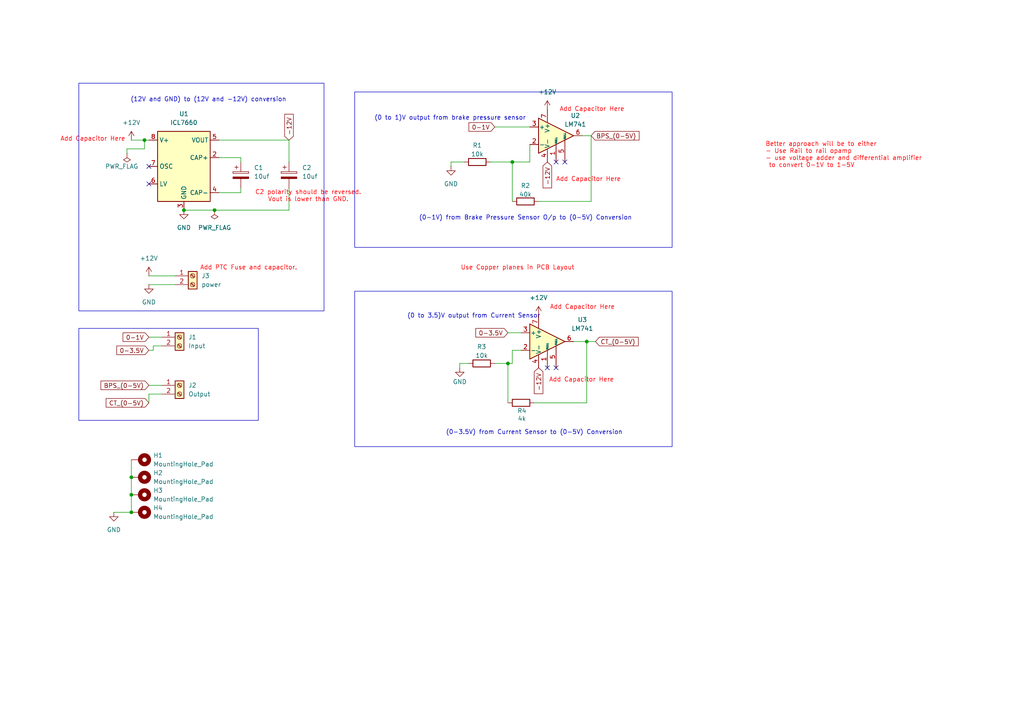
<source format=kicad_sch>
(kicad_sch (version 20231120) (generator "eeschema") (generator_version "8.0")
  (paper "A4")
  (lib_symbols
    (symbol "Amplifier_Operational:LM741" (pin_names (offset 0.127))
      (property "Reference" "U" (at 0 6.35 0))
      (property "Value" "LM741" (at 0 3.81 0))
      (symbol "LM741_0_1"
        (polyline (pts (xy -5.08 5.08) (xy 5.08 0) (xy -5.08 -5.08) (xy -5.08 5.08)) (stroke (width 0.254)) (fill (type background)))
      )
      (symbol "LM741_1_1"
        (pin input line (at 0 -7.62 90) (length 5.08) (name "NULL") (number "1"))
        (pin input line (at -7.62 -2.54 0) (length 2.54) (name "-") (number "2"))
        (pin input line (at -7.62 2.54 0) (length 2.54) (name "+") (number "3"))
        (pin power_in line (at -2.54 -7.62 90) (length 3.81) (name "V-") (number "4"))
        (pin input line (at 2.54 -7.62 90) (length 6.35) (name "NULL") (number "5"))
        (pin output line (at 7.62 0 180) (length 2.54) (name "~") (number "6"))
        (pin power_in line (at -2.54 7.62 270) (length 3.81) (name "V+") (number "7"))
        (pin no_connect line (at 0 2.54 270) (length 2.54) hide (name "NC") (number "8"))
      )
    )
    (symbol "Connector:Screw_Terminal_01x02" (pin_names (offset 1.016) hide)
      (property "Reference" "J" (at 0 2.54 0))
      (property "Value" "Screw_Terminal_01x02" (at 0 -5.08 0))
      (symbol "Screw_Terminal_01x02_1_1"
        (rectangle (start -1.27 1.27) (end 1.27 -3.81) (stroke (width 0.254)) (fill (type background)))
        (circle (center 0 -2.54) (radius 0.635) (stroke (width 0.1524)))
        (polyline (pts (xy -0.5334 -2.2098) (xy 0.3302 -3.048)) (stroke (width 0.1524)))
        (polyline (pts (xy -0.5334 0.3302) (xy 0.3302 -0.508)) (stroke (width 0.1524)))
        (polyline (pts (xy -0.3556 -2.032) (xy 0.508 -2.8702)) (stroke (width 0.1524)))
        (polyline (pts (xy -0.3556 0.508) (xy 0.508 -0.3302)) (stroke (width 0.1524)))
        (circle (center 0 0) (radius 0.635) (stroke (width 0.1524)))
        (pin passive line (at -5.08 0 0) (length 3.81) (name "Pin_1") (number "1"))
        (pin passive line (at -5.08 -2.54 0) (length 3.81) (name "Pin_2") (number "2"))
      )
    )
    (symbol "Device:C_Polarized" (pin_numbers hide) (pin_names (offset 0.254))
      (property "Reference" "C" (at 0.635 2.54 0))
      (property "Value" "C_Polarized" (at 0.635 -2.54 0))
      (symbol "C_Polarized_0_1"
        (rectangle (start -2.286 0.508) (end 2.286 1.016))
        (polyline (pts (xy -1.778 2.286) (xy -0.762 2.286)))
        (polyline (pts (xy -1.27 2.794) (xy -1.27 1.778)))
        (rectangle (start 2.286 -0.508) (end -2.286 -1.016) (fill (type outline)))
      )
      (symbol "C_Polarized_1_1"
        (pin passive line (at 0 3.81 270) (length 2.794) (name "~") (number "1"))
        (pin passive line (at 0 -3.81 90) (length 2.794) (name "~") (number "2"))
      )
    )
    (symbol "Device:R" (pin_numbers hide) (pin_names (offset 0))
      (property "Reference" "R" (at 2.032 0 90))
      (property "Value" "R" (at 0 0 90))
      (symbol "R_0_1"
        (rectangle (start -1.016 -2.54) (end 1.016 2.54) (stroke (width 0.254)))
      )
      (symbol "R_1_1"
        (pin passive line (at 0 3.81 270) (length 1.27) (name "~") (number "1"))
        (pin passive line (at 0 -3.81 90) (length 1.27) (name "~") (number "2"))
      )
    )
    (symbol "Mechanical:MountingHole_Pad" (pin_numbers hide) (pin_names (offset 1.016) hide) (exclude_from_sim yes) (in_bom no)
      (property "Reference" "H" (at 0 6.35 0))
      (property "Value" "MountingHole_Pad" (at 0 4.445 0))
      (symbol "MountingHole_Pad_0_1"
        (circle (center 0 1.27) (radius 1.27) (stroke (width 1.27)))
      )
      (symbol "MountingHole_Pad_1_1"
        (pin input line (at 0 -2.54 90) (length 2.54) (name "1") (number "1"))
      )
    )
    (symbol "Regulator_SwitchedCapacitor:ICL7660"
      (property "Reference" "U" (at -6.35 11.43 0))
      (property "Value" "ICL7660" (at 3.81 11.43 0))
      (symbol "ICL7660_0_1"
        (rectangle (start -7.62 10.16) (end 7.62 -10.16) (stroke (width 0.254)) (fill (type background)))
      )
      (symbol "ICL7660_1_1"
        (pin no_connect line (at -7.62 5.08 0) (length 2.54) hide (name "NC") (number "1"))
        (pin input line (at 10.16 2.54 180) (length 2.54) (name "CAP+") (number "2"))
        (pin power_in line (at 0 -12.7 90) (length 2.54) (name "GND") (number "3"))
        (pin input line (at 10.16 -7.62 180) (length 2.54) (name "CAP-") (number "4"))
        (pin power_out line (at 10.16 7.62 180) (length 2.54) (name "VOUT") (number "5"))
        (pin input line (at -10.16 -5.08 0) (length 2.54) (name "LV") (number "6"))
        (pin input line (at -10.16 0 0) (length 2.54) (name "OSC") (number "7"))
        (pin power_in line (at -10.16 7.62 0) (length 2.54) (name "V+") (number "8"))
      )
    )
    (symbol "power:+12V" (power) (pin_numbers hide) (pin_names (offset 0) hide)
      (property "Value" "+12V" (at 0 3.556 0))
      (symbol "+12V_0_1"
        (polyline (pts (xy -0.762 1.27) (xy 0 2.54)))
        (polyline (pts (xy 0 0) (xy 0 2.54)))
        (polyline (pts (xy 0 2.54) (xy 0.762 1.27)))
      )
      (symbol "+12V_1_1"
        (pin power_in line (at 0 0 90) (length 0) (name "~") (number "1"))
      )
    )
    (symbol "power:GND" (power) (pin_numbers hide) (pin_names (offset 0) hide)
      (property "Value" "GND" (at 0 -3.81 0))
      (symbol "GND_0_1"
        (polyline (pts (xy 0 0) (xy 0 -1.27) (xy 1.27 -1.27) (xy 0 -2.54) (xy -1.27 -1.27) (xy 0 -1.27)))
      )
      (symbol "GND_1_1"
        (pin power_in line (at 0 0 270) (length 0) (name "~") (number "1"))
      )
    )
    (symbol "power:PWR_FLAG" (power) (pin_numbers hide) (pin_names (offset 0) hide)
      (property "Value" "PWR_FLAG" (at 0 3.81 0))
      (symbol "PWR_FLAG_0_0"
        (pin power_out line (at 0 0 90) (length 0) (name "~") (number "1"))
      )
      (symbol "PWR_FLAG_0_1"
        (polyline (pts (xy 0 0) (xy 0 1.27) (xy -1.016 1.905) (xy 0 2.54) (xy 1.016 1.905) (xy 0 1.27)))
      )
    )
  )
  (junction (at 41.91 40.64))
  (junction (at 62.23 60.96))
  (junction (at 38.1 148.59))
  (junction (at 170.18 99.06))
  (junction (at 148.59 46.99))
  (junction (at 53.34 60.96))
  (junction (at 38.1 138.43))
  (junction (at 147.32 105.41))
  (junction (at 38.1 143.51))
  (no_connect (at 43.18 53.34))
  (no_connect (at 163.83 46.99))
  (no_connect (at 161.29 46.99))
  (no_connect (at 43.18 48.26))
  (no_connect (at 161.29 106.68))
  (no_connect (at 158.75 106.68))
  (wire (pts (xy 171.45 58.42) (xy 171.45 39.37)))
  (wire (pts (xy 36.83 44.45) (xy 36.83 43.18)))
  (wire (pts (xy 38.1 138.43) (xy 38.1 143.51)))
  (wire (pts (xy 142.24 46.99) (xy 148.59 46.99)))
  (wire (pts (xy 133.35 105.41) (xy 133.35 106.68)))
  (wire (pts (xy 44.45 100.33) (xy 46.99 100.33)))
  (wire (pts (xy 69.85 46.99) (xy 69.85 45.72)))
  (wire (pts (xy 43.18 111.76) (xy 46.99 111.76)))
  (wire (pts (xy 135.89 105.41) (xy 133.35 105.41)))
  (wire (pts (xy 33.02 148.59) (xy 38.1 148.59)))
  (wire (pts (xy 38.1 40.64) (xy 41.91 40.64)))
  (wire (pts (xy 153.67 46.99) (xy 153.67 41.91)))
  (wire (pts (xy 83.82 40.64) (xy 83.82 46.99)))
  (wire (pts (xy 130.81 46.99) (xy 130.81 48.26)))
  (wire (pts (xy 69.85 54.61) (xy 69.85 55.88)))
  (wire (pts (xy 63.5 55.88) (xy 69.85 55.88)))
  (wire (pts (xy 171.45 39.37) (xy 168.91 39.37)))
  (wire (pts (xy 43.18 97.79) (xy 46.99 97.79)))
  (wire (pts (xy 148.59 46.99) (xy 153.67 46.99)))
  (wire (pts (xy 41.91 43.18) (xy 41.91 40.64)))
  (wire (pts (xy 36.83 43.18) (xy 41.91 43.18)))
  (wire (pts (xy 143.51 36.83) (xy 153.67 36.83)))
  (wire (pts (xy 148.59 101.6) (xy 151.13 101.6)))
  (wire (pts (xy 69.85 45.72) (xy 63.5 45.72)))
  (wire (pts (xy 156.21 58.42) (xy 171.45 58.42)))
  (wire (pts (xy 170.18 99.06) (xy 172.72 99.06)))
  (wire (pts (xy 63.5 40.64) (xy 83.82 40.64)))
  (wire (pts (xy 143.51 105.41) (xy 147.32 105.41)))
  (wire (pts (xy 147.32 96.52) (xy 151.13 96.52)))
  (wire (pts (xy 147.32 105.41) (xy 147.32 116.84)))
  (wire (pts (xy 46.99 114.3) (xy 43.18 114.3)))
  (wire (pts (xy 44.45 101.6) (xy 44.45 100.33)))
  (wire (pts (xy 134.62 46.99) (xy 130.81 46.99)))
  (wire (pts (xy 43.18 114.3) (xy 43.18 116.84)))
  (wire (pts (xy 43.18 101.6) (xy 44.45 101.6)))
  (wire (pts (xy 83.82 54.61) (xy 83.82 60.96)))
  (wire (pts (xy 43.18 80.01) (xy 50.8 80.01)))
  (wire (pts (xy 43.18 82.55) (xy 50.8 82.55)))
  (wire (pts (xy 83.82 60.96) (xy 62.23 60.96)))
  (wire (pts (xy 62.23 60.96) (xy 53.34 60.96)))
  (wire (pts (xy 41.91 40.64) (xy 43.18 40.64)))
  (wire (pts (xy 170.18 116.84) (xy 170.18 99.06)))
  (wire (pts (xy 154.94 116.84) (xy 170.18 116.84)))
  (wire (pts (xy 148.59 46.99) (xy 148.59 58.42)))
  (wire (pts (xy 148.59 105.41) (xy 148.59 101.6)))
  (wire (pts (xy 38.1 133.35) (xy 38.1 138.43)))
  (wire (pts (xy 170.18 99.06) (xy 166.37 99.06)))
  (wire (pts (xy 38.1 143.51) (xy 38.1 148.59)))
  (wire (pts (xy 147.32 105.41) (xy 148.59 105.41)))
  (rectangle (start 22.86 95.25) (end 74.93 121.92))
  (rectangle (start 102.87 26.67) (end 194.945 71.755))
  (rectangle (start 102.87 84.455) (end 194.945 129.54))
  (rectangle (start 22.86 24.13) (end 93.98 90.17))
  (text "(0-3.5V) from Current Sensor to (0-5V) Conversion\n" (at 154.94 125.476 0) (effects (font (size 1.27 1.27))))
  (text "Add Capacitor Here" (at 171.704 31.75 0) (effects (font (size 1.27 1.27))))
  (text "Better approach will be to either\n- Use Rail to rail opamp\n- use voltage adder and differential amplifier\n to convert 0-1V to 1-5V" (at 221.996 41.148 0) (effects (font (size 1.27 1.27)) (justify left top)))
  (text "Add Capacitor Here" (at 168.91 89.154 0) (effects (font (size 1.27 1.27))))
  (text "Add Capacitor Here" (at 26.924 40.386 0) (effects (font (size 1.27 1.27))))
  (text "C2 polarity should be reversed.\nVout is lower than GND." (at 89.408 56.896 0) (effects (font (size 1.27 1.27))))
  (text "Use Copper planes in PCB Layout" (at 150.114 77.724 0) (effects (font (size 1.27 1.27))))
  (text "(0 to 1)V output from brake pressure sensor" (at 130.556 34.29 0) (effects (font (size 1.27 1.27))))
  (text "Add Capacitor Here" (at 168.656 110.236 0) (effects (font (size 1.27 1.27))))
  (text "Add PTC Fuse and capacitor." (at 72.136 77.724 0) (effects (font (size 1.27 1.27))))
  (text "(0 to 3.5)V output from Current Sensor\n" (at 137.414 91.694 0) (effects (font (size 1.27 1.27))))
  (text "(0-1V) from Brake Pressure Sensor O/p to (0-5V) Conversion\n" (at 152.4 63.246 0) (effects (font (size 1.27 1.27))))
  (text "(12V and GND) to (12V and -12V) conversion" (at 60.452 28.956 0) (effects (font (size 1.27 1.27))))
  (text "Add Capacitor Here" (at 170.688 52.07 0) (effects (font (size 1.27 1.27))))
  (global_label "0-3.5V" (shape input) (at 147.32 96.52 180) (property "Intersheetrefs" "${INTERSHEET_REFS}" (effects (hide yes))))
  (global_label "0-3.5V" (shape input) (at 43.18 101.6 180) (property "Intersheetrefs" "${INTERSHEET_REFS}" (effects (hide yes))))
  (global_label "CT_(0-5V)" (shape input) (at 172.72 99.06 0) (property "Intersheetrefs" "${INTERSHEET_REFS}" (effects (hide yes))))
  (global_label "0-1V" (shape input) (at 43.18 97.79 180) (property "Intersheetrefs" "${INTERSHEET_REFS}" (effects (hide yes))))
  (global_label "BPS_(0-5V)" (shape input) (at 171.45 39.37 0) (property "Intersheetrefs" "${INTERSHEET_REFS}" (effects (hide yes))))
  (global_label "-12V" (shape input) (at 158.75 46.99 270) (property "Intersheetrefs" "${INTERSHEET_REFS}" (effects (hide yes))))
  (global_label "-12V" (shape input) (at 83.82 40.64 90) (property "Intersheetrefs" "${INTERSHEET_REFS}" (effects (hide yes))))
  (global_label "BPS_(0-5V)" (shape input) (at 43.18 111.76 180) (property "Intersheetrefs" "${INTERSHEET_REFS}" (effects (hide yes))))
  (global_label "0-1V" (shape input) (at 143.51 36.83 180) (property "Intersheetrefs" "${INTERSHEET_REFS}" (effects (hide yes))))
  (global_label "-12V" (shape input) (at 156.21 106.68 270) (property "Intersheetrefs" "${INTERSHEET_REFS}" (effects (hide yes))))
  (global_label "CT_(0-5V)" (shape input) (at 43.18 116.84 180) (property "Intersheetrefs" "${INTERSHEET_REFS}" (effects (hide yes))))
  (symbol (lib_id "Connector:Screw_Terminal_01x02") (at 52.07 97.79 0) (unit 1)
    (property "Reference" "J1" (at 54.61 97.7899 0) (effects (justify left)))
    (property "Value" "Input" (at 54.61 100.3299 0) (effects (justify left)))
    (property "Footprint" "Connector_PinHeader_2.54mm:PinHeader_1x02_P2.54mm_Vertical" (effects (hide yes)))
    (property "Description" "Generic screw terminal, single row, 01x02, script generated (kicad-library-utils/schlib/autogen/connector/)" (effects (hide yes)))
  )
  (symbol (lib_id "Connector:Screw_Terminal_01x02") (at 52.07 111.76 0) (unit 1)
    (property "Reference" "J2" (at 54.61 111.7599 0) (effects (justify left)))
    (property "Value" "Output" (at 54.61 114.2999 0) (effects (justify left)))
    (property "Footprint" "Connector_PinHeader_2.54mm:PinHeader_1x02_P2.54mm_Vertical" (effects (hide yes)))
    (property "Description" "Generic screw terminal, single row, 01x02, script generated (kicad-library-utils/schlib/autogen/connector/)" (effects (hide yes)))
  )
  (symbol (lib_id "Mechanical:MountingHole_Pad") (at 40.64 143.51 270) (unit 1) (exclude_from_sim yes) (in_bom no)
    (property "Reference" "H3" (at 44.45 142.2399 90) (effects (justify left)))
    (property "Value" "MountingHole_Pad" (at 44.45 144.7799 90) (effects (justify left)))
    (property "Footprint" "MountingHole:MountingHole_2.5mm_Pad" (effects (hide yes)))
    (property "Description" "Mounting Hole with connection" (effects (hide yes)))
  )
  (symbol (lib_id "power:+12V") (at 43.18 80.01 0) (unit 1)
    (property "Reference" "#PWR07" (effects (hide yes)))
    (property "Value" "+12V" (at 43.18 74.93 0))
    (property "Description" "Power symbol creates a global label with name \"+12V\"" (effects (hide yes)))
  )
  (symbol (lib_id "Mechanical:MountingHole_Pad") (at 40.64 138.43 270) (unit 1) (exclude_from_sim yes) (in_bom no)
    (property "Reference" "H2" (at 44.45 137.1599 90) (effects (justify left)))
    (property "Value" "MountingHole_Pad" (at 44.45 139.6999 90) (effects (justify left)))
    (property "Footprint" "MountingHole:MountingHole_2.5mm_Pad" (effects (hide yes)))
    (property "Description" "Mounting Hole with connection" (effects (hide yes)))
  )
  (symbol (lib_id "power:+12V") (at 38.1 40.64 0) (unit 1)
    (property "Reference" "#PWR02" (effects (hide yes)))
    (property "Value" "+12V" (at 38.1 35.56 0))
    (property "Description" "Power symbol creates a global label with name \"+12V\"" (effects (hide yes)))
  )
  (symbol (lib_id "Device:R") (at 152.4 58.42 90) (unit 1)
    (property "Reference" "R2" (at 152.4 53.848 90))
    (property "Value" "40k" (at 152.4 56.388 90))
    (property "Footprint" "Resistor_THT:R_Axial_DIN0207_L6.3mm_D2.5mm_P7.62mm_Horizontal" (effects (hide yes)))
    (property "Description" "Resistor" (effects (hide yes)))
  )
  (symbol (lib_id "Device:R") (at 139.7 105.41 270) (unit 1)
    (property "Reference" "R3" (at 139.7 100.584 90))
    (property "Value" "10k" (at 139.7 103.124 90))
    (property "Footprint" "Resistor_THT:R_Axial_DIN0207_L6.3mm_D2.5mm_P7.62mm_Horizontal" (effects (hide yes)))
    (property "Description" "Resistor" (effects (hide yes)))
  )
  (symbol (lib_id "Device:C_Polarized") (at 83.82 50.8 0) (unit 1)
    (property "Reference" "C2" (at 87.63 48.6409 0) (effects (justify left)))
    (property "Value" "10uf" (at 87.63 51.1809 0) (effects (justify left)))
    (property "Footprint" "Capacitor_THT:CP_Radial_D4.0mm_P1.50mm" (effects (hide yes)))
    (property "Description" "Polarized capacitor" (effects (hide yes)))
  )
  (symbol (lib_id "power:+12V") (at 158.75 31.75 0) (unit 1)
    (property "Reference" "#PWR03" (effects (hide yes)))
    (property "Value" "+12V" (at 158.75 26.67 0))
    (property "Description" "Power symbol creates a global label with name \"+12V\"" (effects (hide yes)))
  )
  (symbol (lib_id "Regulator_SwitchedCapacitor:ICL7660") (at 53.34 48.26 0) (unit 1)
    (property "Reference" "U1" (at 53.34 33.02 0))
    (property "Value" "ICL7660" (at 53.34 35.56 0))
    (property "Footprint" "Package_DIP:DIP-8_W7.62mm_Socket_LongPads" (effects (hide yes)))
    (property "Datasheet" "http://datasheets.maximintegrated.com/en/ds/ICL7660-MAX1044.pdf" (effects (hide yes)))
    (property "Description" "Switched-Capacitor Voltage Converter, 1.5V to 10.0V operating supply voltage, 10mA with a 0.5V output drop, SO-8/DIP-8/µMAX-8/TO-99" (effects (hide yes)))
  )
  (symbol (lib_id "Device:R") (at 138.43 46.99 270) (unit 1)
    (property "Reference" "R1" (at 138.43 42.164 90))
    (property "Value" "10k" (at 138.43 44.704 90))
    (property "Footprint" "Resistor_THT:R_Axial_DIN0207_L6.3mm_D2.5mm_P7.62mm_Horizontal" (effects (hide yes)))
    (property "Description" "Resistor" (effects (hide yes)))
  )
  (symbol (lib_id "power:GND") (at 33.02 148.59 0) (unit 1)
    (property "Reference" "#PWR09" (effects (hide yes)))
    (property "Value" "GND" (at 33.02 153.67 0))
    (property "Description" "Power symbol creates a global label with name \"GND\" , ground" (effects (hide yes)))
  )
  (symbol (lib_id "power:GND") (at 53.34 60.96 0) (unit 1)
    (property "Reference" "#PWR01" (effects (hide yes)))
    (property "Value" "GND" (at 53.34 66.04 0))
    (property "Description" "Power symbol creates a global label with name \"GND\" , ground" (effects (hide yes)))
  )
  (symbol (lib_id "Device:R") (at 151.13 116.84 90) (unit 1)
    (property "Reference" "R4" (at 151.384 119.126 90))
    (property "Value" "4k" (at 151.384 121.412 90))
    (property "Footprint" "Resistor_THT:R_Axial_DIN0207_L6.3mm_D2.5mm_P7.62mm_Horizontal" (effects (hide yes)))
    (property "Description" "Resistor" (effects (hide yes)))
  )
  (symbol (lib_id "Device:C_Polarized") (at 69.85 50.8 0) (unit 1)
    (property "Reference" "C1" (at 73.66 48.6409 0) (effects (justify left)))
    (property "Value" "10uf" (at 73.66 51.1809 0) (effects (justify left)))
    (property "Footprint" "Capacitor_THT:CP_Radial_D4.0mm_P1.50mm" (effects (hide yes)))
    (property "Description" "Polarized capacitor" (effects (hide yes)))
  )
  (symbol (lib_id "Connector:Screw_Terminal_01x02") (at 55.88 80.01 0) (unit 1)
    (property "Reference" "J3" (at 58.42 80.0099 0) (effects (justify left)))
    (property "Value" "power" (at 58.42 82.5499 0) (effects (justify left)))
    (property "Footprint" "Connector_PinHeader_2.54mm:PinHeader_1x02_P2.54mm_Vertical" (effects (hide yes)))
    (property "Description" "Generic screw terminal, single row, 01x02, script generated (kicad-library-utils/schlib/autogen/connector/)" (effects (hide yes)))
  )
  (symbol (lib_id "Amplifier_Operational:LM741") (at 158.75 99.06 0) (unit 1)
    (property "Reference" "U3" (at 168.91 92.7414 0))
    (property "Value" "LM741" (at 168.91 95.2814 0))
    (property "Footprint" "LM741CN_NOPB:DIP794W45P254L959H508Q8" (effects (hide yes)))
    (property "Datasheet" "http://www.ti.com/lit/ds/symlink/lm741.pdf" (effects (hide yes)))
    (property "Description" "Operational Amplifier, DIP-8/TO-99-8" (effects (hide yes)))
  )
  (symbol (lib_id "power:+12V") (at 156.21 91.44 0) (unit 1)
    (property "Reference" "#PWR04" (effects (hide yes)))
    (property "Value" "+12V" (at 156.21 86.36 0))
    (property "Description" "Power symbol creates a global label with name \"+12V\"" (effects (hide yes)))
  )
  (symbol (lib_id "power:GND") (at 133.35 106.68 0) (unit 1)
    (property "Reference" "#PWR06" (effects (hide yes)))
    (property "Value" "GND" (at 133.35 110.744 0))
    (property "Description" "Power symbol creates a global label with name \"GND\" , ground" (effects (hide yes)))
  )
  (symbol (lib_id "power:PWR_FLAG") (at 62.23 60.96 180) (unit 1)
    (property "Reference" "#FLG02" (effects (hide yes)))
    (property "Value" "PWR_FLAG" (at 62.23 66.04 0))
    (property "Description" "Special symbol for telling ERC where power comes from" (effects (hide yes)))
  )
  (symbol (lib_id "power:GND") (at 43.18 82.55 0) (unit 1)
    (property "Reference" "#PWR08" (effects (hide yes)))
    (property "Value" "GND" (at 43.18 87.63 0))
    (property "Description" "Power symbol creates a global label with name \"GND\" , ground" (effects (hide yes)))
  )
  (symbol (lib_id "Amplifier_Operational:LM741") (at 161.29 39.37 0) (unit 1)
    (property "Reference" "U2" (at 166.878 33.528 0))
    (property "Value" "LM741" (at 166.878 36.068 0))
    (property "Footprint" "LM741CN_NOPB:DIP794W45P254L959H508Q8" (effects (hide yes)))
    (property "Datasheet" "http://www.ti.com/lit/ds/symlink/lm741.pdf" (effects (hide yes)))
    (property "Description" "Operational Amplifier, DIP-8/TO-99-8" (effects (hide yes)))
  )
  (symbol (lib_id "power:GND") (at 130.81 48.26 0) (unit 1)
    (property "Reference" "#PWR05" (effects (hide yes)))
    (property "Value" "GND" (at 130.81 53.34 0))
    (property "Description" "Power symbol creates a global label with name \"GND\" , ground" (effects (hide yes)))
  )
  (symbol (lib_id "Mechanical:MountingHole_Pad") (at 40.64 148.59 270) (unit 1) (exclude_from_sim yes) (in_bom no)
    (property "Reference" "H4" (at 44.45 147.3199 90) (effects (justify left)))
    (property "Value" "MountingHole_Pad" (at 44.45 149.8599 90) (effects (justify left)))
    (property "Footprint" "MountingHole:MountingHole_2.5mm_Pad" (effects (hide yes)))
    (property "Description" "Mounting Hole with connection" (effects (hide yes)))
  )
  (symbol (lib_id "Mechanical:MountingHole_Pad") (at 40.64 133.35 270) (unit 1) (exclude_from_sim yes) (in_bom no)
    (property "Reference" "H1" (at 44.45 132.0799 90) (effects (justify left)))
    (property "Value" "MountingHole_Pad" (at 44.45 134.6199 90) (effects (justify left)))
    (property "Footprint" "MountingHole:MountingHole_2.5mm_Pad" (effects (hide yes)))
    (property "Description" "Mounting Hole with connection" (effects (hide yes)))
  )
  (symbol (lib_id "power:PWR_FLAG") (at 36.83 44.45 180) (unit 1)
    (property "Reference" "#FLG01" (effects (hide yes)))
    (property "Value" "PWR_FLAG" (at 35.306 48.26 0))
    (property "Description" "Special symbol for telling ERC where power comes from" (effects (hide yes)))
  )
)
</source>
